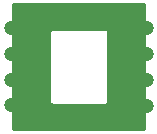
<source format=gtl>
G04 #@! TF.GenerationSoftware,KiCad,Pcbnew,5.0.2-bee76a0~70~ubuntu18.04.1*
G04 #@! TF.CreationDate,2019-10-05T18:06:54+05:30*
G04 #@! TF.ProjectId,electrode,656c6563-7472-46f6-9465-2e6b69636164,rev?*
G04 #@! TF.SameCoordinates,Original*
G04 #@! TF.FileFunction,Copper,L1,Top*
G04 #@! TF.FilePolarity,Positive*
%FSLAX46Y46*%
G04 Gerber Fmt 4.6, Leading zero omitted, Abs format (unit mm)*
G04 Created by KiCad (PCBNEW 5.0.2-bee76a0~70~ubuntu18.04.1) date Sat Oct  5 18:06:54 2019*
%MOMM*%
%LPD*%
G01*
G04 APERTURE LIST*
G04 #@! TA.AperFunction,BGAPad,CuDef*
%ADD10C,1.524000*%
G04 #@! TD*
G04 #@! TA.AperFunction,ViaPad*
%ADD11C,1.200000*%
G04 #@! TD*
G04 #@! TA.AperFunction,ViaPad*
%ADD12C,0.800000*%
G04 #@! TD*
G04 #@! TA.AperFunction,Conductor*
%ADD13C,0.254000*%
G04 #@! TD*
G04 APERTURE END LIST*
D10*
G04 #@! TO.P,S1,1*
G04 #@! TO.N,Net-(S1-Pad1)*
X116240000Y-69670000D03*
G04 #@! TD*
G04 #@! TO.P,S2,1*
G04 #@! TO.N,Net-(S1-Pad1)*
X124270000Y-69760000D03*
G04 #@! TD*
D11*
G04 #@! TO.N,Net-(S1-Pad1)*
X114450000Y-68491903D03*
X114450000Y-70683806D03*
X114450000Y-72875710D03*
X125950000Y-66300000D03*
X125950000Y-68500000D03*
X125950000Y-70700000D03*
X125950000Y-72900000D03*
X114450000Y-66300000D03*
D12*
X124458000Y-69600000D03*
X115910000Y-69600000D03*
X115910000Y-65330000D03*
X124458000Y-65330000D03*
X115910000Y-73860000D03*
X124458000Y-73860000D03*
X120184000Y-65330000D03*
X120184000Y-73860000D03*
G04 #@! TD*
D13*
G04 #@! TO.N,Net-(S1-Pad1)*
G36*
X125748001Y-74898000D02*
X114652000Y-74898000D01*
X114652000Y-66600000D01*
X117704043Y-66600000D01*
X117708001Y-66619897D01*
X117708000Y-69619892D01*
X117708001Y-69619897D01*
X117708000Y-72580107D01*
X117704043Y-72600000D01*
X117719721Y-72678816D01*
X117764366Y-72745634D01*
X117831184Y-72790279D01*
X117910000Y-72805957D01*
X117929892Y-72802000D01*
X122490108Y-72802000D01*
X122510000Y-72805957D01*
X122588816Y-72790279D01*
X122655634Y-72745634D01*
X122700279Y-72678816D01*
X122712000Y-72619893D01*
X122712000Y-72619892D01*
X122715957Y-72600000D01*
X122712000Y-72580107D01*
X122712000Y-66619893D01*
X122715957Y-66600000D01*
X122700279Y-66521184D01*
X122655634Y-66454366D01*
X122588816Y-66409721D01*
X122529893Y-66398000D01*
X122529892Y-66398000D01*
X122510000Y-66394043D01*
X122490107Y-66398000D01*
X117929893Y-66398000D01*
X117910000Y-66394043D01*
X117890108Y-66398000D01*
X117890107Y-66398000D01*
X117831184Y-66409721D01*
X117764366Y-66454366D01*
X117719721Y-66521184D01*
X117704043Y-66600000D01*
X114652000Y-66600000D01*
X114652000Y-64302000D01*
X125748000Y-64302000D01*
X125748001Y-74898000D01*
X125748001Y-74898000D01*
G37*
X125748001Y-74898000D02*
X114652000Y-74898000D01*
X114652000Y-66600000D01*
X117704043Y-66600000D01*
X117708001Y-66619897D01*
X117708000Y-69619892D01*
X117708001Y-69619897D01*
X117708000Y-72580107D01*
X117704043Y-72600000D01*
X117719721Y-72678816D01*
X117764366Y-72745634D01*
X117831184Y-72790279D01*
X117910000Y-72805957D01*
X117929892Y-72802000D01*
X122490108Y-72802000D01*
X122510000Y-72805957D01*
X122588816Y-72790279D01*
X122655634Y-72745634D01*
X122700279Y-72678816D01*
X122712000Y-72619893D01*
X122712000Y-72619892D01*
X122715957Y-72600000D01*
X122712000Y-72580107D01*
X122712000Y-66619893D01*
X122715957Y-66600000D01*
X122700279Y-66521184D01*
X122655634Y-66454366D01*
X122588816Y-66409721D01*
X122529893Y-66398000D01*
X122529892Y-66398000D01*
X122510000Y-66394043D01*
X122490107Y-66398000D01*
X117929893Y-66398000D01*
X117910000Y-66394043D01*
X117890108Y-66398000D01*
X117890107Y-66398000D01*
X117831184Y-66409721D01*
X117764366Y-66454366D01*
X117719721Y-66521184D01*
X117704043Y-66600000D01*
X114652000Y-66600000D01*
X114652000Y-64302000D01*
X125748000Y-64302000D01*
X125748001Y-74898000D01*
G04 #@! TD*
M02*

</source>
